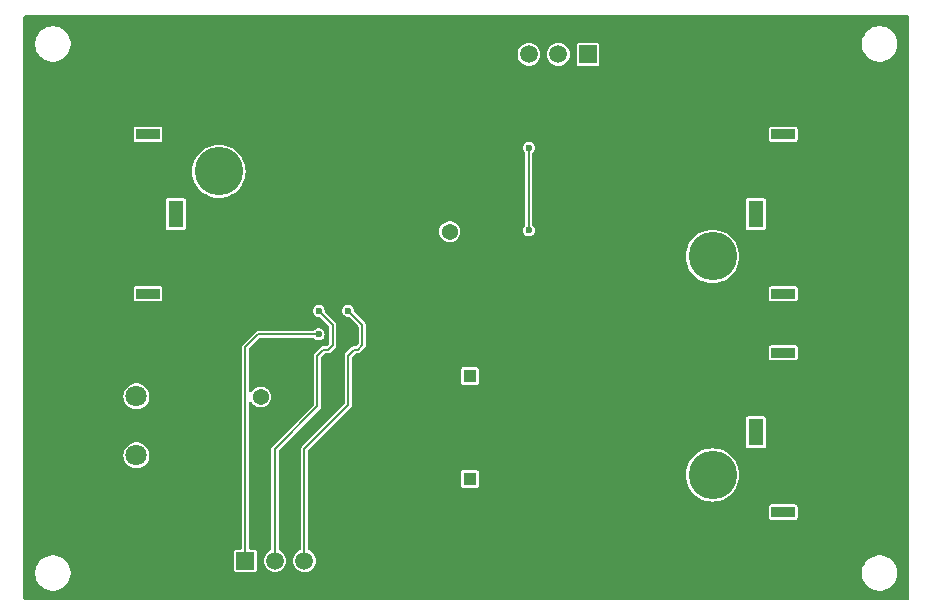
<source format=gbr>
%TF.GenerationSoftware,KiCad,Pcbnew,8.0.6*%
%TF.CreationDate,2025-05-08T15:48:42-04:00*%
%TF.ProjectId,PowerBoard2,506f7765-7242-46f6-9172-64322e6b6963,rev?*%
%TF.SameCoordinates,Original*%
%TF.FileFunction,Copper,L2,Bot*%
%TF.FilePolarity,Positive*%
%FSLAX46Y46*%
G04 Gerber Fmt 4.6, Leading zero omitted, Abs format (unit mm)*
G04 Created by KiCad (PCBNEW 8.0.6) date 2025-05-08 15:48:42*
%MOMM*%
%LPD*%
G01*
G04 APERTURE LIST*
G04 Aperture macros list*
%AMRoundRect*
0 Rectangle with rounded corners*
0 $1 Rounding radius*
0 $2 $3 $4 $5 $6 $7 $8 $9 X,Y pos of 4 corners*
0 Add a 4 corners polygon primitive as box body*
4,1,4,$2,$3,$4,$5,$6,$7,$8,$9,$2,$3,0*
0 Add four circle primitives for the rounded corners*
1,1,$1+$1,$2,$3*
1,1,$1+$1,$4,$5*
1,1,$1+$1,$6,$7*
1,1,$1+$1,$8,$9*
0 Add four rect primitives between the rounded corners*
20,1,$1+$1,$2,$3,$4,$5,0*
20,1,$1+$1,$4,$5,$6,$7,0*
20,1,$1+$1,$6,$7,$8,$9,0*
20,1,$1+$1,$8,$9,$2,$3,0*%
G04 Aperture macros list end*
%TA.AperFunction,ComponentPad*%
%ADD10R,1.508000X1.508000*%
%TD*%
%TA.AperFunction,ComponentPad*%
%ADD11C,1.508000*%
%TD*%
%TA.AperFunction,ComponentPad*%
%ADD12R,2.000000X0.900000*%
%TD*%
%TA.AperFunction,ComponentPad*%
%ADD13RoundRect,1.025000X-1.025000X1.025000X-1.025000X-1.025000X1.025000X-1.025000X1.025000X1.025000X0*%
%TD*%
%TA.AperFunction,ComponentPad*%
%ADD14C,4.100000*%
%TD*%
%TA.AperFunction,ComponentPad*%
%ADD15R,1.300000X2.300000*%
%TD*%
%TA.AperFunction,ComponentPad*%
%ADD16C,1.371600*%
%TD*%
%TA.AperFunction,ComponentPad*%
%ADD17R,1.100000X1.100000*%
%TD*%
%TA.AperFunction,ComponentPad*%
%ADD18C,1.100000*%
%TD*%
%TA.AperFunction,ComponentPad*%
%ADD19C,1.803400*%
%TD*%
%TA.AperFunction,ComponentPad*%
%ADD20RoundRect,1.025000X1.025000X-1.025000X1.025000X1.025000X-1.025000X1.025000X-1.025000X-1.025000X0*%
%TD*%
%TA.AperFunction,ViaPad*%
%ADD21C,0.700000*%
%TD*%
%TA.AperFunction,ViaPad*%
%ADD22C,0.600000*%
%TD*%
%TA.AperFunction,ViaPad*%
%ADD23C,0.300000*%
%TD*%
%TA.AperFunction,ViaPad*%
%ADD24C,0.800000*%
%TD*%
%TA.AperFunction,Conductor*%
%ADD25C,0.200000*%
%TD*%
G04 APERTURE END LIST*
D10*
%TO.P,Current reading,1,1*%
%TO.N,+3.3V*%
X120800000Y-104175000D03*
D11*
%TO.P,Current reading,2,2*%
%TO.N,/SDA*%
X123300000Y-104175000D03*
%TO.P,Current reading,3,3*%
%TO.N,/SCL*%
X125800000Y-104175000D03*
%TO.P,Current reading,4,4*%
%TO.N,GND*%
X128300000Y-104175000D03*
%TD*%
D12*
%TO.P,12Vin,*%
%TO.N,*%
X166350000Y-68050000D03*
X166350000Y-81550000D03*
D13*
%TO.P,12Vin,1,+*%
%TO.N,GND*%
X160350000Y-71200000D03*
D14*
%TO.P,12Vin,2,-*%
%TO.N,/Buck Converter/Vin (12V)*%
X160350000Y-78400000D03*
D15*
%TO.P,12Vin,3*%
%TO.N,N/C*%
X164000000Y-74800000D03*
%TD*%
D16*
%TO.P,C2,1*%
%TO.N,GND*%
X122100000Y-86799999D03*
%TO.P,C2,2*%
%TO.N,+5V*%
X122100000Y-90300000D03*
%TD*%
D17*
%TO.P,C5,1*%
%TO.N,+5V*%
X139800000Y-88533250D03*
D18*
%TO.P,C5,2*%
%TO.N,GND*%
X136300000Y-88533250D03*
%TD*%
D16*
%TO.P,C1,1*%
%TO.N,/Buck Converter/Vin (12V)*%
X138100000Y-76300000D03*
%TO.P,C1,2*%
%TO.N,GND*%
X138100000Y-81300000D03*
%TD*%
D12*
%TO.P,5Vout,*%
%TO.N,*%
X166350000Y-86550000D03*
X166350000Y-100050000D03*
D13*
%TO.P,5Vout,1,+*%
%TO.N,GND*%
X160350000Y-89700000D03*
D14*
%TO.P,5Vout,2,-*%
%TO.N,+5V*%
X160350000Y-96900000D03*
D15*
%TO.P,5Vout,3*%
%TO.N,N/C*%
X164000000Y-93300000D03*
%TD*%
D19*
%TO.P,5Vout,5*%
%TO.N,N/C*%
X111570102Y-90250002D03*
%TO.P,5Vout,6*%
X111570102Y-95250002D03*
%TD*%
D10*
%TO.P,12V\u002C 5V reading,1,1*%
%TO.N,unconnected-(J4-Pad1)*%
X149800000Y-61300000D03*
D11*
%TO.P,12V\u002C 5V reading,2,2*%
%TO.N,Net-(U4-IN-)*%
X147300000Y-61300000D03*
%TO.P,12V\u002C 5V reading,3,3*%
%TO.N,Net-(U5-IN-)*%
X144800000Y-61300000D03*
%TO.P,12V\u002C 5V reading,4,4*%
%TO.N,GND*%
X142300000Y-61300000D03*
%TD*%
D17*
%TO.P,C4,1*%
%TO.N,+5V*%
X139800000Y-97233250D03*
D18*
%TO.P,C4,2*%
%TO.N,GND*%
X136300000Y-97233250D03*
%TD*%
D12*
%TO.P,12Vout,*%
%TO.N,*%
X112550000Y-81550000D03*
X112550000Y-68050000D03*
D20*
%TO.P,12Vout,1,+*%
%TO.N,GND*%
X118550000Y-78400000D03*
D14*
%TO.P,12Vout,2,-*%
%TO.N,+12V*%
X118550000Y-71200000D03*
D15*
%TO.P,12Vout,3*%
%TO.N,N/C*%
X114900000Y-74800000D03*
%TD*%
D21*
%TO.N,GND*%
X154960000Y-86650000D03*
X154960000Y-92950000D03*
D22*
X151364800Y-66550001D03*
D21*
X149760000Y-87950000D03*
X146960000Y-85450000D03*
X152360000Y-90450000D03*
X149760000Y-90450000D03*
X153660000Y-87950000D03*
D23*
X127000000Y-79150000D03*
D21*
X152360000Y-86650000D03*
X154960000Y-87950000D03*
X151060000Y-89150000D03*
X146960000Y-86650000D03*
X152360000Y-91650000D03*
X151060000Y-85450000D03*
X154960000Y-90450000D03*
X149760000Y-91650000D03*
X152360000Y-87950000D03*
X151060000Y-86650000D03*
X153660000Y-89150000D03*
X149760000Y-85450000D03*
X151060000Y-90450000D03*
X152360000Y-89150000D03*
D22*
X151412799Y-76200000D03*
D21*
X151060000Y-87950000D03*
X148360000Y-92950000D03*
X148360000Y-85450000D03*
X153660000Y-86650000D03*
D24*
X150860000Y-80307700D03*
D21*
X146960000Y-91650000D03*
D24*
X115770101Y-95750001D03*
D22*
X128200000Y-87725000D03*
D21*
X146960000Y-89150000D03*
D22*
X130600000Y-76937500D03*
D21*
X146960000Y-84350000D03*
X152360000Y-92950000D03*
X148360000Y-86650000D03*
X154960000Y-85450000D03*
D22*
X130800000Y-87700000D03*
D21*
X152360000Y-85450000D03*
X153660000Y-92950000D03*
X148360000Y-84350000D03*
X151060000Y-84350000D03*
X149760000Y-84350000D03*
X153660000Y-85450000D03*
X153660000Y-84350000D03*
X148360000Y-87950000D03*
X146960000Y-90450000D03*
D22*
X146100000Y-65300000D03*
D21*
X149760000Y-86650000D03*
D22*
X140764800Y-66550001D03*
D21*
X152360000Y-84350000D03*
X151060000Y-91650000D03*
X154960000Y-91650000D03*
X153660000Y-90450000D03*
X146960000Y-87950000D03*
X148360000Y-89150000D03*
D24*
X153400000Y-80307700D03*
D21*
X149760000Y-89150000D03*
D23*
X128000000Y-74850000D03*
D21*
X148360000Y-91650000D03*
D22*
X135600000Y-65300000D03*
D21*
X149760000Y-92950000D03*
X154960000Y-84350000D03*
X154960000Y-89150000D03*
X148360000Y-90450000D03*
D23*
X126500000Y-79150000D03*
D21*
X153660000Y-91650000D03*
X146960000Y-92950000D03*
X151060000Y-92950000D03*
D22*
%TO.N,+5V*%
X144794402Y-76200000D03*
X144794402Y-69200000D03*
%TO.N,+3.3V*%
X127000000Y-85000000D03*
%TO.N,/SCL*%
X129500000Y-83000000D03*
%TO.N,/SDA*%
X127000000Y-83000000D03*
%TD*%
D25*
%TO.N,+5V*%
X144794402Y-76200000D02*
X144794402Y-69200000D01*
%TO.N,+3.3V*%
X121900000Y-85000000D02*
X127000000Y-85000000D01*
X120800000Y-104175000D02*
X120800000Y-86100000D01*
X120800000Y-86100000D02*
X121900000Y-85000000D01*
%TO.N,/SCL*%
X130700000Y-84200000D02*
X130700000Y-85900000D01*
X130700000Y-85900000D02*
X130300000Y-86300000D01*
X129500000Y-86800000D02*
X129500000Y-91000000D01*
X129500000Y-83000000D02*
X130700000Y-84200000D01*
X130000000Y-86300000D02*
X129500000Y-86800000D01*
X130300000Y-86300000D02*
X130000000Y-86300000D01*
X129500000Y-91000000D02*
X125800000Y-94700000D01*
X125800000Y-94700000D02*
X125800000Y-104175000D01*
%TO.N,/SDA*%
X128200000Y-84200000D02*
X128200000Y-85900000D01*
X127800000Y-86300000D02*
X127400000Y-86300000D01*
X126900000Y-86800000D02*
X126900000Y-91100000D01*
X127000000Y-83000000D02*
X128200000Y-84200000D01*
X123300000Y-94700000D02*
X123300000Y-104175000D01*
X127400000Y-86300000D02*
X126900000Y-86800000D01*
X128200000Y-85900000D02*
X127800000Y-86300000D01*
X126900000Y-91100000D02*
X123300000Y-94700000D01*
%TD*%
%TA.AperFunction,Conductor*%
%TO.N,GND*%
G36*
X176943039Y-58019685D02*
G01*
X176988794Y-58072489D01*
X177000000Y-58124000D01*
X177000000Y-107376000D01*
X176980315Y-107443039D01*
X176927511Y-107488794D01*
X176876000Y-107500000D01*
X102124000Y-107500000D01*
X102056961Y-107480315D01*
X102011206Y-107427511D01*
X102000000Y-107376000D01*
X102000000Y-105081902D01*
X102999500Y-105081902D01*
X102999500Y-105318097D01*
X103036446Y-105551368D01*
X103109433Y-105775996D01*
X103216657Y-105986433D01*
X103355483Y-106177510D01*
X103522490Y-106344517D01*
X103713567Y-106483343D01*
X103812991Y-106534002D01*
X103924003Y-106590566D01*
X103924005Y-106590566D01*
X103924008Y-106590568D01*
X104044412Y-106629689D01*
X104148631Y-106663553D01*
X104381903Y-106700500D01*
X104381908Y-106700500D01*
X104618097Y-106700500D01*
X104851368Y-106663553D01*
X105075992Y-106590568D01*
X105286433Y-106483343D01*
X105477510Y-106344517D01*
X105644517Y-106177510D01*
X105783343Y-105986433D01*
X105890568Y-105775992D01*
X105963553Y-105551368D01*
X106000500Y-105318097D01*
X106000500Y-105081902D01*
X105963553Y-104848631D01*
X105890566Y-104624003D01*
X105783342Y-104413566D01*
X105745962Y-104362117D01*
X105644517Y-104222490D01*
X105477510Y-104055483D01*
X105286433Y-103916657D01*
X105075996Y-103809433D01*
X104851368Y-103736446D01*
X104618097Y-103699500D01*
X104618092Y-103699500D01*
X104381908Y-103699500D01*
X104381903Y-103699500D01*
X104148631Y-103736446D01*
X103924003Y-103809433D01*
X103713566Y-103916657D01*
X103615532Y-103987884D01*
X103522490Y-104055483D01*
X103522488Y-104055485D01*
X103522487Y-104055485D01*
X103355485Y-104222487D01*
X103355485Y-104222488D01*
X103355483Y-104222490D01*
X103295862Y-104304550D01*
X103216657Y-104413566D01*
X103109433Y-104624003D01*
X103036446Y-104848631D01*
X102999500Y-105081902D01*
X102000000Y-105081902D01*
X102000000Y-103401247D01*
X119845500Y-103401247D01*
X119845500Y-104948752D01*
X119857131Y-105007229D01*
X119857132Y-105007230D01*
X119901447Y-105073552D01*
X119967769Y-105117867D01*
X119967770Y-105117868D01*
X120026247Y-105129499D01*
X120026250Y-105129500D01*
X120026252Y-105129500D01*
X121573750Y-105129500D01*
X121573751Y-105129499D01*
X121588568Y-105126552D01*
X121632229Y-105117868D01*
X121632229Y-105117867D01*
X121632231Y-105117867D01*
X121698552Y-105073552D01*
X121742867Y-105007231D01*
X121742867Y-105007229D01*
X121742868Y-105007229D01*
X121754499Y-104948752D01*
X121754500Y-104948750D01*
X121754500Y-104175000D01*
X122340882Y-104175000D01*
X122359310Y-104362115D01*
X122359311Y-104362117D01*
X122413891Y-104542040D01*
X122502518Y-104707851D01*
X122502523Y-104707857D01*
X122621800Y-104853199D01*
X122767142Y-104972476D01*
X122767148Y-104972481D01*
X122932959Y-105061108D01*
X122932961Y-105061109D01*
X123112882Y-105115688D01*
X123112884Y-105115689D01*
X123129660Y-105117341D01*
X123300000Y-105134118D01*
X123487115Y-105115689D01*
X123667039Y-105061109D01*
X123728373Y-105028324D01*
X123832851Y-104972481D01*
X123832853Y-104972478D01*
X123832857Y-104972477D01*
X123978199Y-104853199D01*
X124097477Y-104707857D01*
X124097478Y-104707853D01*
X124097481Y-104707851D01*
X124186108Y-104542040D01*
X124186109Y-104542039D01*
X124240689Y-104362115D01*
X124259118Y-104175000D01*
X124840882Y-104175000D01*
X124859310Y-104362115D01*
X124859311Y-104362117D01*
X124913891Y-104542040D01*
X125002518Y-104707851D01*
X125002523Y-104707857D01*
X125121800Y-104853199D01*
X125267142Y-104972476D01*
X125267148Y-104972481D01*
X125432959Y-105061108D01*
X125432961Y-105061109D01*
X125612882Y-105115688D01*
X125612884Y-105115689D01*
X125629660Y-105117341D01*
X125800000Y-105134118D01*
X125987115Y-105115689D01*
X126098494Y-105081902D01*
X172999500Y-105081902D01*
X172999500Y-105318097D01*
X173036446Y-105551368D01*
X173109433Y-105775996D01*
X173216657Y-105986433D01*
X173355483Y-106177510D01*
X173522490Y-106344517D01*
X173713567Y-106483343D01*
X173812991Y-106534002D01*
X173924003Y-106590566D01*
X173924005Y-106590566D01*
X173924008Y-106590568D01*
X174044412Y-106629689D01*
X174148631Y-106663553D01*
X174381903Y-106700500D01*
X174381908Y-106700500D01*
X174618097Y-106700500D01*
X174851368Y-106663553D01*
X175075992Y-106590568D01*
X175286433Y-106483343D01*
X175477510Y-106344517D01*
X175644517Y-106177510D01*
X175783343Y-105986433D01*
X175890568Y-105775992D01*
X175963553Y-105551368D01*
X176000500Y-105318097D01*
X176000500Y-105081902D01*
X175963553Y-104848631D01*
X175890566Y-104624003D01*
X175783342Y-104413566D01*
X175745962Y-104362117D01*
X175644517Y-104222490D01*
X175477510Y-104055483D01*
X175286433Y-103916657D01*
X175075996Y-103809433D01*
X174851368Y-103736446D01*
X174618097Y-103699500D01*
X174618092Y-103699500D01*
X174381908Y-103699500D01*
X174381903Y-103699500D01*
X174148631Y-103736446D01*
X173924003Y-103809433D01*
X173713566Y-103916657D01*
X173615532Y-103987884D01*
X173522490Y-104055483D01*
X173522488Y-104055485D01*
X173522487Y-104055485D01*
X173355485Y-104222487D01*
X173355485Y-104222488D01*
X173355483Y-104222490D01*
X173295862Y-104304550D01*
X173216657Y-104413566D01*
X173109433Y-104624003D01*
X173036446Y-104848631D01*
X172999500Y-105081902D01*
X126098494Y-105081902D01*
X126167039Y-105061109D01*
X126228373Y-105028324D01*
X126332851Y-104972481D01*
X126332853Y-104972478D01*
X126332857Y-104972477D01*
X126478199Y-104853199D01*
X126597477Y-104707857D01*
X126597478Y-104707853D01*
X126597481Y-104707851D01*
X126686108Y-104542040D01*
X126686109Y-104542039D01*
X126740689Y-104362115D01*
X126759118Y-104175000D01*
X126740689Y-103987885D01*
X126686109Y-103807961D01*
X126647884Y-103736447D01*
X126597481Y-103642148D01*
X126597476Y-103642142D01*
X126478199Y-103496800D01*
X126332857Y-103377523D01*
X126332851Y-103377518D01*
X126166047Y-103288360D01*
X126116202Y-103239398D01*
X126100500Y-103179002D01*
X126100500Y-99580247D01*
X165149500Y-99580247D01*
X165149500Y-100519752D01*
X165161131Y-100578229D01*
X165161132Y-100578230D01*
X165205447Y-100644552D01*
X165271769Y-100688867D01*
X165271770Y-100688868D01*
X165330247Y-100700499D01*
X165330250Y-100700500D01*
X165330252Y-100700500D01*
X167369750Y-100700500D01*
X167369751Y-100700499D01*
X167384568Y-100697552D01*
X167428229Y-100688868D01*
X167428229Y-100688867D01*
X167428231Y-100688867D01*
X167494552Y-100644552D01*
X167538867Y-100578231D01*
X167538867Y-100578229D01*
X167538868Y-100578229D01*
X167550499Y-100519752D01*
X167550500Y-100519750D01*
X167550500Y-99580249D01*
X167550499Y-99580247D01*
X167538868Y-99521770D01*
X167538867Y-99521769D01*
X167494552Y-99455447D01*
X167428230Y-99411132D01*
X167428229Y-99411131D01*
X167369752Y-99399500D01*
X167369748Y-99399500D01*
X165330252Y-99399500D01*
X165330247Y-99399500D01*
X165271770Y-99411131D01*
X165271769Y-99411132D01*
X165205447Y-99455447D01*
X165161132Y-99521769D01*
X165161131Y-99521770D01*
X165149500Y-99580247D01*
X126100500Y-99580247D01*
X126100500Y-96663497D01*
X139049500Y-96663497D01*
X139049500Y-97803002D01*
X139061131Y-97861479D01*
X139061132Y-97861480D01*
X139105447Y-97927802D01*
X139171769Y-97972117D01*
X139171770Y-97972118D01*
X139230247Y-97983749D01*
X139230250Y-97983750D01*
X139230252Y-97983750D01*
X140369750Y-97983750D01*
X140369751Y-97983749D01*
X140384568Y-97980802D01*
X140428229Y-97972118D01*
X140428229Y-97972117D01*
X140428231Y-97972117D01*
X140494552Y-97927802D01*
X140538867Y-97861481D01*
X140538867Y-97861479D01*
X140538868Y-97861479D01*
X140550499Y-97803002D01*
X140550500Y-97803000D01*
X140550500Y-96899992D01*
X158094671Y-96899992D01*
X158094671Y-96900007D01*
X158113964Y-97194363D01*
X158113965Y-97194373D01*
X158113966Y-97194380D01*
X158113968Y-97194390D01*
X158171518Y-97483716D01*
X158171521Y-97483730D01*
X158266349Y-97763080D01*
X158396825Y-98027660D01*
X158396829Y-98027667D01*
X158560725Y-98272955D01*
X158755241Y-98494758D01*
X158977043Y-98689273D01*
X159222335Y-98853172D01*
X159486923Y-98983652D01*
X159766278Y-99078481D01*
X160055620Y-99136034D01*
X160083888Y-99137886D01*
X160349993Y-99155329D01*
X160350000Y-99155329D01*
X160350007Y-99155329D01*
X160585675Y-99139881D01*
X160644380Y-99136034D01*
X160933722Y-99078481D01*
X161213077Y-98983652D01*
X161477665Y-98853172D01*
X161722957Y-98689273D01*
X161944758Y-98494758D01*
X162139273Y-98272957D01*
X162303172Y-98027665D01*
X162433652Y-97763077D01*
X162528481Y-97483722D01*
X162586034Y-97194380D01*
X162605329Y-96900000D01*
X162605329Y-96899992D01*
X162586035Y-96605636D01*
X162586034Y-96605620D01*
X162528481Y-96316278D01*
X162527934Y-96314668D01*
X162466383Y-96133345D01*
X162433652Y-96036923D01*
X162303172Y-95772336D01*
X162139273Y-95527043D01*
X162074687Y-95453397D01*
X161944758Y-95305241D01*
X161722955Y-95110725D01*
X161477667Y-94946829D01*
X161477660Y-94946825D01*
X161213080Y-94816349D01*
X160933730Y-94721521D01*
X160933724Y-94721519D01*
X160933722Y-94721519D01*
X160644380Y-94663966D01*
X160644373Y-94663965D01*
X160644363Y-94663964D01*
X160350007Y-94644671D01*
X160349993Y-94644671D01*
X160055636Y-94663964D01*
X160055624Y-94663965D01*
X160055620Y-94663966D01*
X160055612Y-94663967D01*
X160055609Y-94663968D01*
X159766283Y-94721518D01*
X159766269Y-94721521D01*
X159486919Y-94816349D01*
X159222334Y-94946828D01*
X158977041Y-95110728D01*
X158755241Y-95305241D01*
X158560728Y-95527041D01*
X158396828Y-95772334D01*
X158266349Y-96036919D01*
X158171521Y-96316269D01*
X158171518Y-96316283D01*
X158113968Y-96605609D01*
X158113964Y-96605636D01*
X158094671Y-96899992D01*
X140550500Y-96899992D01*
X140550500Y-96663499D01*
X140550499Y-96663497D01*
X140538868Y-96605020D01*
X140538867Y-96605019D01*
X140494552Y-96538697D01*
X140428230Y-96494382D01*
X140428229Y-96494381D01*
X140369752Y-96482750D01*
X140369748Y-96482750D01*
X139230252Y-96482750D01*
X139230247Y-96482750D01*
X139171770Y-96494381D01*
X139171769Y-96494382D01*
X139105447Y-96538697D01*
X139061132Y-96605019D01*
X139061131Y-96605020D01*
X139049500Y-96663497D01*
X126100500Y-96663497D01*
X126100500Y-94875833D01*
X126120185Y-94808794D01*
X126136819Y-94788152D01*
X126777169Y-94147802D01*
X128794724Y-92130247D01*
X163149500Y-92130247D01*
X163149500Y-94469752D01*
X163161131Y-94528229D01*
X163161132Y-94528230D01*
X163205447Y-94594552D01*
X163271769Y-94638867D01*
X163271770Y-94638868D01*
X163330247Y-94650499D01*
X163330250Y-94650500D01*
X163330252Y-94650500D01*
X164669750Y-94650500D01*
X164669751Y-94650499D01*
X164684568Y-94647552D01*
X164728229Y-94638868D01*
X164728229Y-94638867D01*
X164728231Y-94638867D01*
X164794552Y-94594552D01*
X164838867Y-94528231D01*
X164838867Y-94528229D01*
X164838868Y-94528229D01*
X164850499Y-94469752D01*
X164850500Y-94469750D01*
X164850500Y-92130249D01*
X164850499Y-92130247D01*
X164838868Y-92071770D01*
X164838867Y-92071769D01*
X164794552Y-92005447D01*
X164728230Y-91961132D01*
X164728229Y-91961131D01*
X164669752Y-91949500D01*
X164669748Y-91949500D01*
X163330252Y-91949500D01*
X163330247Y-91949500D01*
X163271770Y-91961131D01*
X163271769Y-91961132D01*
X163205447Y-92005447D01*
X163161132Y-92071769D01*
X163161131Y-92071770D01*
X163149500Y-92130247D01*
X128794724Y-92130247D01*
X129740460Y-91184511D01*
X129766411Y-91139562D01*
X129780021Y-91115989D01*
X129800500Y-91039562D01*
X129800500Y-87963497D01*
X139049500Y-87963497D01*
X139049500Y-89103002D01*
X139061131Y-89161479D01*
X139061132Y-89161480D01*
X139105447Y-89227802D01*
X139171769Y-89272117D01*
X139171770Y-89272118D01*
X139230247Y-89283749D01*
X139230250Y-89283750D01*
X139230252Y-89283750D01*
X140369750Y-89283750D01*
X140369751Y-89283749D01*
X140384568Y-89280802D01*
X140428229Y-89272118D01*
X140428229Y-89272117D01*
X140428231Y-89272117D01*
X140494552Y-89227802D01*
X140538867Y-89161481D01*
X140538867Y-89161479D01*
X140538868Y-89161479D01*
X140550499Y-89103002D01*
X140550500Y-89103000D01*
X140550500Y-87963499D01*
X140550499Y-87963497D01*
X140538868Y-87905020D01*
X140538867Y-87905019D01*
X140494552Y-87838697D01*
X140428230Y-87794382D01*
X140428229Y-87794381D01*
X140369752Y-87782750D01*
X140369748Y-87782750D01*
X139230252Y-87782750D01*
X139230247Y-87782750D01*
X139171770Y-87794381D01*
X139171769Y-87794382D01*
X139105447Y-87838697D01*
X139061132Y-87905019D01*
X139061131Y-87905020D01*
X139049500Y-87963497D01*
X129800500Y-87963497D01*
X129800500Y-86975833D01*
X129820185Y-86908794D01*
X129836819Y-86888152D01*
X130088152Y-86636819D01*
X130149475Y-86603334D01*
X130175833Y-86600500D01*
X130339560Y-86600500D01*
X130339562Y-86600500D01*
X130415989Y-86580021D01*
X130484511Y-86540460D01*
X130540460Y-86484511D01*
X130940460Y-86084511D01*
X130942922Y-86080247D01*
X165149500Y-86080247D01*
X165149500Y-87019752D01*
X165161131Y-87078229D01*
X165161132Y-87078230D01*
X165205447Y-87144552D01*
X165271769Y-87188867D01*
X165271770Y-87188868D01*
X165330247Y-87200499D01*
X165330250Y-87200500D01*
X165330252Y-87200500D01*
X167369750Y-87200500D01*
X167369751Y-87200499D01*
X167384568Y-87197552D01*
X167428229Y-87188868D01*
X167428229Y-87188867D01*
X167428231Y-87188867D01*
X167494552Y-87144552D01*
X167538867Y-87078231D01*
X167538867Y-87078229D01*
X167538868Y-87078229D01*
X167550499Y-87019752D01*
X167550500Y-87019750D01*
X167550500Y-86080249D01*
X167550499Y-86080247D01*
X167538868Y-86021770D01*
X167538867Y-86021769D01*
X167494552Y-85955447D01*
X167428230Y-85911132D01*
X167428229Y-85911131D01*
X167369752Y-85899500D01*
X167369748Y-85899500D01*
X165330252Y-85899500D01*
X165330247Y-85899500D01*
X165271770Y-85911131D01*
X165271769Y-85911132D01*
X165205447Y-85955447D01*
X165161132Y-86021769D01*
X165161131Y-86021770D01*
X165149500Y-86080247D01*
X130942922Y-86080247D01*
X130967881Y-86037016D01*
X130980021Y-86015989D01*
X131000500Y-85939562D01*
X131000500Y-84160438D01*
X130980021Y-84084011D01*
X130980017Y-84084004D01*
X130940464Y-84015495D01*
X130940458Y-84015487D01*
X130039395Y-83114424D01*
X130005910Y-83053101D01*
X130004339Y-83009094D01*
X130005647Y-83000000D01*
X129985165Y-82857543D01*
X129925377Y-82726627D01*
X129831128Y-82617857D01*
X129710053Y-82540047D01*
X129710051Y-82540046D01*
X129710049Y-82540045D01*
X129710050Y-82540045D01*
X129571963Y-82499500D01*
X129571961Y-82499500D01*
X129428039Y-82499500D01*
X129428036Y-82499500D01*
X129289949Y-82540045D01*
X129168873Y-82617856D01*
X129074623Y-82726626D01*
X129074622Y-82726628D01*
X129014834Y-82857543D01*
X128994353Y-83000000D01*
X129014834Y-83142456D01*
X129074622Y-83273371D01*
X129074623Y-83273373D01*
X129168872Y-83382143D01*
X129289947Y-83459953D01*
X129289950Y-83459954D01*
X129289949Y-83459954D01*
X129397107Y-83491417D01*
X129425280Y-83499690D01*
X129428036Y-83500499D01*
X129428038Y-83500500D01*
X129524167Y-83500500D01*
X129591206Y-83520185D01*
X129611848Y-83536819D01*
X130363181Y-84288152D01*
X130396666Y-84349475D01*
X130399500Y-84375833D01*
X130399500Y-85724167D01*
X130379815Y-85791206D01*
X130363181Y-85811848D01*
X130211848Y-85963181D01*
X130150525Y-85996666D01*
X130124167Y-85999500D01*
X129960438Y-85999500D01*
X129884010Y-86019978D01*
X129815489Y-86059540D01*
X129815486Y-86059542D01*
X129259541Y-86615487D01*
X129259535Y-86615495D01*
X129219982Y-86684004D01*
X129219979Y-86684009D01*
X129199500Y-86760439D01*
X129199500Y-90824167D01*
X129179815Y-90891206D01*
X129163181Y-90911848D01*
X125559541Y-94515487D01*
X125559535Y-94515495D01*
X125519982Y-94584004D01*
X125519979Y-94584009D01*
X125499500Y-94660439D01*
X125499500Y-103179002D01*
X125479815Y-103246041D01*
X125433953Y-103288360D01*
X125267148Y-103377518D01*
X125267142Y-103377523D01*
X125121800Y-103496800D01*
X125002523Y-103642142D01*
X125002518Y-103642148D01*
X124913891Y-103807959D01*
X124859311Y-103987882D01*
X124859310Y-103987884D01*
X124840882Y-104175000D01*
X124259118Y-104175000D01*
X124240689Y-103987885D01*
X124186109Y-103807961D01*
X124147884Y-103736447D01*
X124097481Y-103642148D01*
X124097476Y-103642142D01*
X123978199Y-103496800D01*
X123832857Y-103377523D01*
X123832851Y-103377518D01*
X123666047Y-103288360D01*
X123616202Y-103239398D01*
X123600500Y-103179002D01*
X123600500Y-94875833D01*
X123620185Y-94808794D01*
X123636819Y-94788152D01*
X124277169Y-94147802D01*
X127140460Y-91284511D01*
X127141335Y-91282995D01*
X127165651Y-91240880D01*
X127172088Y-91229728D01*
X127180021Y-91215989D01*
X127200500Y-91139562D01*
X127200500Y-86975833D01*
X127220185Y-86908794D01*
X127236819Y-86888152D01*
X127488152Y-86636819D01*
X127549475Y-86603334D01*
X127575833Y-86600500D01*
X127839560Y-86600500D01*
X127839562Y-86600500D01*
X127915989Y-86580021D01*
X127984511Y-86540460D01*
X128040460Y-86484511D01*
X128440460Y-86084511D01*
X128467881Y-86037016D01*
X128480021Y-86015989D01*
X128500500Y-85939562D01*
X128500500Y-84160438D01*
X128480021Y-84084011D01*
X128480017Y-84084004D01*
X128440464Y-84015495D01*
X128440458Y-84015487D01*
X127539395Y-83114424D01*
X127505910Y-83053101D01*
X127504339Y-83009094D01*
X127505647Y-83000000D01*
X127485165Y-82857543D01*
X127425377Y-82726627D01*
X127331128Y-82617857D01*
X127210053Y-82540047D01*
X127210051Y-82540046D01*
X127210049Y-82540045D01*
X127210050Y-82540045D01*
X127071963Y-82499500D01*
X127071961Y-82499500D01*
X126928039Y-82499500D01*
X126928036Y-82499500D01*
X126789949Y-82540045D01*
X126668873Y-82617856D01*
X126574623Y-82726626D01*
X126574622Y-82726628D01*
X126514834Y-82857543D01*
X126494353Y-83000000D01*
X126514834Y-83142456D01*
X126574622Y-83273371D01*
X126574623Y-83273373D01*
X126668872Y-83382143D01*
X126789947Y-83459953D01*
X126789950Y-83459954D01*
X126789949Y-83459954D01*
X126897107Y-83491417D01*
X126925280Y-83499690D01*
X126928036Y-83500499D01*
X126928038Y-83500500D01*
X127024167Y-83500500D01*
X127091206Y-83520185D01*
X127111848Y-83536819D01*
X127863181Y-84288152D01*
X127896666Y-84349475D01*
X127899500Y-84375833D01*
X127899500Y-85724167D01*
X127879815Y-85791206D01*
X127863181Y-85811848D01*
X127711848Y-85963181D01*
X127650525Y-85996666D01*
X127624167Y-85999500D01*
X127360438Y-85999500D01*
X127284010Y-86019978D01*
X127215489Y-86059540D01*
X127215486Y-86059542D01*
X126659541Y-86615487D01*
X126659535Y-86615495D01*
X126619982Y-86684004D01*
X126619979Y-86684009D01*
X126599500Y-86760439D01*
X126599500Y-90924167D01*
X126579815Y-90991206D01*
X126563181Y-91011848D01*
X123059541Y-94515487D01*
X123059535Y-94515495D01*
X123019982Y-94584004D01*
X123019979Y-94584009D01*
X122999500Y-94660439D01*
X122999500Y-103179002D01*
X122979815Y-103246041D01*
X122933953Y-103288360D01*
X122767148Y-103377518D01*
X122767142Y-103377523D01*
X122621800Y-103496800D01*
X122502523Y-103642142D01*
X122502518Y-103642148D01*
X122413891Y-103807959D01*
X122359311Y-103987882D01*
X122359310Y-103987884D01*
X122340882Y-104175000D01*
X121754500Y-104175000D01*
X121754500Y-103401249D01*
X121754499Y-103401247D01*
X121742868Y-103342770D01*
X121742867Y-103342769D01*
X121698552Y-103276447D01*
X121632230Y-103232132D01*
X121632229Y-103232131D01*
X121573752Y-103220500D01*
X121573748Y-103220500D01*
X121224500Y-103220500D01*
X121157461Y-103200815D01*
X121111706Y-103148011D01*
X121100500Y-103096500D01*
X121100500Y-90804188D01*
X121120185Y-90737149D01*
X121172989Y-90691394D01*
X121242147Y-90681450D01*
X121305703Y-90710475D01*
X121331885Y-90742185D01*
X121367682Y-90804188D01*
X121379019Y-90823824D01*
X121469368Y-90924167D01*
X121503683Y-90962277D01*
X121549737Y-90995737D01*
X121654410Y-91071787D01*
X121806633Y-91139560D01*
X121824610Y-91147564D01*
X122006846Y-91186300D01*
X122193154Y-91186300D01*
X122375390Y-91147564D01*
X122545591Y-91071786D01*
X122696317Y-90962277D01*
X122820981Y-90823824D01*
X122914135Y-90662476D01*
X122971708Y-90485287D01*
X122991182Y-90300000D01*
X122971708Y-90114713D01*
X122914135Y-89937524D01*
X122820981Y-89776176D01*
X122696317Y-89637723D01*
X122646075Y-89601220D01*
X122545589Y-89528212D01*
X122375389Y-89452435D01*
X122193154Y-89413700D01*
X122006846Y-89413700D01*
X121824610Y-89452435D01*
X121824609Y-89452435D01*
X121654410Y-89528212D01*
X121503681Y-89637724D01*
X121379018Y-89776177D01*
X121331887Y-89857811D01*
X121281320Y-89906026D01*
X121212713Y-89919250D01*
X121147849Y-89893282D01*
X121107320Y-89836368D01*
X121100500Y-89795811D01*
X121100500Y-86275833D01*
X121120185Y-86208794D01*
X121136819Y-86188152D01*
X121988152Y-85336819D01*
X122049475Y-85303334D01*
X122075833Y-85300500D01*
X126541499Y-85300500D01*
X126608538Y-85320185D01*
X126635211Y-85343296D01*
X126668872Y-85382143D01*
X126789947Y-85459953D01*
X126789950Y-85459954D01*
X126789949Y-85459954D01*
X126928036Y-85500499D01*
X126928038Y-85500500D01*
X126928039Y-85500500D01*
X127071962Y-85500500D01*
X127071962Y-85500499D01*
X127210053Y-85459953D01*
X127331128Y-85382143D01*
X127425377Y-85273373D01*
X127485165Y-85142457D01*
X127505647Y-85000000D01*
X127485165Y-84857543D01*
X127425377Y-84726627D01*
X127331128Y-84617857D01*
X127210053Y-84540047D01*
X127210051Y-84540046D01*
X127210049Y-84540045D01*
X127210050Y-84540045D01*
X127071963Y-84499500D01*
X127071961Y-84499500D01*
X126928039Y-84499500D01*
X126928036Y-84499500D01*
X126789949Y-84540045D01*
X126668873Y-84617856D01*
X126635212Y-84656703D01*
X126576433Y-84694477D01*
X126541499Y-84699500D01*
X121860438Y-84699500D01*
X121822224Y-84709739D01*
X121784009Y-84719979D01*
X121784004Y-84719982D01*
X121715495Y-84759535D01*
X121715487Y-84759541D01*
X120559541Y-85915487D01*
X120559535Y-85915495D01*
X120519982Y-85984004D01*
X120519979Y-85984009D01*
X120499500Y-86060439D01*
X120499500Y-103096500D01*
X120479815Y-103163539D01*
X120427011Y-103209294D01*
X120375500Y-103220500D01*
X120026247Y-103220500D01*
X119967770Y-103232131D01*
X119967769Y-103232132D01*
X119901447Y-103276447D01*
X119857132Y-103342769D01*
X119857131Y-103342770D01*
X119845500Y-103401247D01*
X102000000Y-103401247D01*
X102000000Y-95250001D01*
X110463180Y-95250001D01*
X110463180Y-95250002D01*
X110482026Y-95453397D01*
X110537927Y-95649865D01*
X110537932Y-95649878D01*
X110628978Y-95832721D01*
X110752079Y-95995733D01*
X110752083Y-95995737D01*
X110903031Y-96133344D01*
X110903033Y-96133346D01*
X111076700Y-96240876D01*
X111076706Y-96240879D01*
X111117057Y-96256510D01*
X111267178Y-96314668D01*
X111467968Y-96352202D01*
X111467970Y-96352202D01*
X111672234Y-96352202D01*
X111672236Y-96352202D01*
X111873026Y-96314668D01*
X112063500Y-96240878D01*
X112237172Y-96133345D01*
X112388127Y-95995731D01*
X112511226Y-95832721D01*
X112602276Y-95649868D01*
X112658177Y-95453398D01*
X112677024Y-95250002D01*
X112658177Y-95046606D01*
X112602276Y-94850136D01*
X112589496Y-94824471D01*
X112538232Y-94721518D01*
X112511226Y-94667283D01*
X112388127Y-94504273D01*
X112388124Y-94504270D01*
X112388120Y-94504266D01*
X112237172Y-94366659D01*
X112237170Y-94366657D01*
X112063503Y-94259127D01*
X112063497Y-94259124D01*
X111913379Y-94200968D01*
X111873026Y-94185336D01*
X111672236Y-94147802D01*
X111467968Y-94147802D01*
X111267178Y-94185336D01*
X111267175Y-94185336D01*
X111267175Y-94185337D01*
X111076706Y-94259124D01*
X111076700Y-94259127D01*
X110903033Y-94366657D01*
X110903031Y-94366659D01*
X110752083Y-94504266D01*
X110752079Y-94504270D01*
X110628978Y-94667282D01*
X110537932Y-94850125D01*
X110537927Y-94850138D01*
X110482026Y-95046606D01*
X110463180Y-95250001D01*
X102000000Y-95250001D01*
X102000000Y-90250001D01*
X110463180Y-90250001D01*
X110463180Y-90250002D01*
X110482026Y-90453397D01*
X110537927Y-90649865D01*
X110537932Y-90649878D01*
X110583898Y-90742189D01*
X110628978Y-90832721D01*
X110736821Y-90975529D01*
X110752079Y-90995733D01*
X110752083Y-90995737D01*
X110903031Y-91133344D01*
X110903033Y-91133346D01*
X111076700Y-91240876D01*
X111076706Y-91240879D01*
X111076709Y-91240880D01*
X111267178Y-91314668D01*
X111467968Y-91352202D01*
X111467970Y-91352202D01*
X111672234Y-91352202D01*
X111672236Y-91352202D01*
X111873026Y-91314668D01*
X112063500Y-91240878D01*
X112237172Y-91133345D01*
X112388127Y-90995731D01*
X112511226Y-90832721D01*
X112602276Y-90649868D01*
X112658177Y-90453398D01*
X112677024Y-90250002D01*
X112658177Y-90046606D01*
X112602276Y-89850136D01*
X112595420Y-89836368D01*
X112557896Y-89761009D01*
X112511226Y-89667283D01*
X112388127Y-89504273D01*
X112388124Y-89504270D01*
X112388120Y-89504266D01*
X112237172Y-89366659D01*
X112237170Y-89366657D01*
X112063503Y-89259127D01*
X112063497Y-89259124D01*
X111913379Y-89200968D01*
X111873026Y-89185336D01*
X111672236Y-89147802D01*
X111467968Y-89147802D01*
X111267178Y-89185336D01*
X111267175Y-89185336D01*
X111267175Y-89185337D01*
X111076706Y-89259124D01*
X111076700Y-89259127D01*
X110903033Y-89366657D01*
X110903031Y-89366659D01*
X110752083Y-89504266D01*
X110752079Y-89504270D01*
X110628978Y-89667282D01*
X110537932Y-89850125D01*
X110537927Y-89850138D01*
X110482026Y-90046606D01*
X110463180Y-90250001D01*
X102000000Y-90250001D01*
X102000000Y-81080247D01*
X111349500Y-81080247D01*
X111349500Y-82019752D01*
X111361131Y-82078229D01*
X111361132Y-82078230D01*
X111405447Y-82144552D01*
X111471769Y-82188867D01*
X111471770Y-82188868D01*
X111530247Y-82200499D01*
X111530250Y-82200500D01*
X111530252Y-82200500D01*
X113569750Y-82200500D01*
X113569751Y-82200499D01*
X113584568Y-82197552D01*
X113628229Y-82188868D01*
X113628229Y-82188867D01*
X113628231Y-82188867D01*
X113694552Y-82144552D01*
X113738867Y-82078231D01*
X113738867Y-82078229D01*
X113738868Y-82078229D01*
X113750499Y-82019752D01*
X113750500Y-82019750D01*
X113750500Y-81080249D01*
X113750499Y-81080247D01*
X165149500Y-81080247D01*
X165149500Y-82019752D01*
X165161131Y-82078229D01*
X165161132Y-82078230D01*
X165205447Y-82144552D01*
X165271769Y-82188867D01*
X165271770Y-82188868D01*
X165330247Y-82200499D01*
X165330250Y-82200500D01*
X165330252Y-82200500D01*
X167369750Y-82200500D01*
X167369751Y-82200499D01*
X167384568Y-82197552D01*
X167428229Y-82188868D01*
X167428229Y-82188867D01*
X167428231Y-82188867D01*
X167494552Y-82144552D01*
X167538867Y-82078231D01*
X167538867Y-82078229D01*
X167538868Y-82078229D01*
X167550499Y-82019752D01*
X167550500Y-82019750D01*
X167550500Y-81080249D01*
X167550499Y-81080247D01*
X167538868Y-81021770D01*
X167538867Y-81021769D01*
X167494552Y-80955447D01*
X167428230Y-80911132D01*
X167428229Y-80911131D01*
X167369752Y-80899500D01*
X167369748Y-80899500D01*
X165330252Y-80899500D01*
X165330247Y-80899500D01*
X165271770Y-80911131D01*
X165271769Y-80911132D01*
X165205447Y-80955447D01*
X165161132Y-81021769D01*
X165161131Y-81021770D01*
X165149500Y-81080247D01*
X113750499Y-81080247D01*
X113738868Y-81021770D01*
X113738867Y-81021769D01*
X113694552Y-80955447D01*
X113628230Y-80911132D01*
X113628229Y-80911131D01*
X113569752Y-80899500D01*
X113569748Y-80899500D01*
X111530252Y-80899500D01*
X111530247Y-80899500D01*
X111471770Y-80911131D01*
X111471769Y-80911132D01*
X111405447Y-80955447D01*
X111361132Y-81021769D01*
X111361131Y-81021770D01*
X111349500Y-81080247D01*
X102000000Y-81080247D01*
X102000000Y-78399992D01*
X158094671Y-78399992D01*
X158094671Y-78400007D01*
X158113964Y-78694363D01*
X158113965Y-78694373D01*
X158113966Y-78694380D01*
X158113968Y-78694390D01*
X158171518Y-78983716D01*
X158171521Y-78983730D01*
X158266349Y-79263080D01*
X158396825Y-79527660D01*
X158396829Y-79527667D01*
X158560725Y-79772955D01*
X158755241Y-79994758D01*
X158977043Y-80189273D01*
X159222335Y-80353172D01*
X159486923Y-80483652D01*
X159766278Y-80578481D01*
X160055620Y-80636034D01*
X160083888Y-80637886D01*
X160349993Y-80655329D01*
X160350000Y-80655329D01*
X160350007Y-80655329D01*
X160585675Y-80639881D01*
X160644380Y-80636034D01*
X160933722Y-80578481D01*
X161213077Y-80483652D01*
X161477665Y-80353172D01*
X161722957Y-80189273D01*
X161944758Y-79994758D01*
X162139273Y-79772957D01*
X162303172Y-79527665D01*
X162433652Y-79263077D01*
X162528481Y-78983722D01*
X162586034Y-78694380D01*
X162605329Y-78400000D01*
X162605329Y-78399992D01*
X162586035Y-78105636D01*
X162586034Y-78105620D01*
X162528481Y-77816278D01*
X162433652Y-77536923D01*
X162303172Y-77272336D01*
X162139273Y-77027043D01*
X162082473Y-76962275D01*
X161944758Y-76805241D01*
X161722955Y-76610725D01*
X161477667Y-76446829D01*
X161477660Y-76446825D01*
X161213080Y-76316349D01*
X160933730Y-76221521D01*
X160933724Y-76221519D01*
X160933722Y-76221519D01*
X160644380Y-76163966D01*
X160644373Y-76163965D01*
X160644363Y-76163964D01*
X160350007Y-76144671D01*
X160349993Y-76144671D01*
X160055636Y-76163964D01*
X160055624Y-76163965D01*
X160055620Y-76163966D01*
X160055612Y-76163967D01*
X160055609Y-76163968D01*
X159766283Y-76221518D01*
X159766269Y-76221521D01*
X159486919Y-76316349D01*
X159222334Y-76446828D01*
X158977041Y-76610728D01*
X158755241Y-76805241D01*
X158560728Y-77027041D01*
X158396828Y-77272334D01*
X158266349Y-77536919D01*
X158171521Y-77816269D01*
X158171518Y-77816283D01*
X158113968Y-78105609D01*
X158113964Y-78105636D01*
X158094671Y-78399992D01*
X102000000Y-78399992D01*
X102000000Y-76300000D01*
X137208818Y-76300000D01*
X137228292Y-76485287D01*
X137228293Y-76485290D01*
X137285862Y-76662469D01*
X137285865Y-76662476D01*
X137379019Y-76823824D01*
X137503683Y-76962277D01*
X137592823Y-77027041D01*
X137654410Y-77071787D01*
X137824610Y-77147564D01*
X138006846Y-77186300D01*
X138193154Y-77186300D01*
X138375390Y-77147564D01*
X138545591Y-77071786D01*
X138696317Y-76962277D01*
X138820981Y-76823824D01*
X138914135Y-76662476D01*
X138971708Y-76485287D01*
X138991182Y-76300000D01*
X138971708Y-76114713D01*
X138914135Y-75937524D01*
X138820981Y-75776176D01*
X138696317Y-75637723D01*
X138646075Y-75601220D01*
X138545589Y-75528212D01*
X138375389Y-75452435D01*
X138193154Y-75413700D01*
X138006846Y-75413700D01*
X137824610Y-75452435D01*
X137824609Y-75452435D01*
X137654410Y-75528212D01*
X137503681Y-75637724D01*
X137379018Y-75776177D01*
X137285865Y-75937523D01*
X137285862Y-75937530D01*
X137228293Y-76114709D01*
X137228292Y-76114713D01*
X137208818Y-76300000D01*
X102000000Y-76300000D01*
X102000000Y-73630247D01*
X114049500Y-73630247D01*
X114049500Y-75969752D01*
X114061131Y-76028229D01*
X114061132Y-76028230D01*
X114105447Y-76094552D01*
X114171769Y-76138867D01*
X114171770Y-76138868D01*
X114230247Y-76150499D01*
X114230250Y-76150500D01*
X114230252Y-76150500D01*
X115569750Y-76150500D01*
X115569751Y-76150499D01*
X115584568Y-76147552D01*
X115628229Y-76138868D01*
X115628229Y-76138867D01*
X115628231Y-76138867D01*
X115694552Y-76094552D01*
X115738867Y-76028231D01*
X115738867Y-76028229D01*
X115738868Y-76028229D01*
X115750499Y-75969752D01*
X115750500Y-75969750D01*
X115750500Y-73630249D01*
X115750499Y-73630247D01*
X115738868Y-73571770D01*
X115738867Y-73571769D01*
X115694552Y-73505447D01*
X115628230Y-73461132D01*
X115628229Y-73461131D01*
X115569752Y-73449500D01*
X115569748Y-73449500D01*
X114230252Y-73449500D01*
X114230247Y-73449500D01*
X114171770Y-73461131D01*
X114171769Y-73461132D01*
X114105447Y-73505447D01*
X114061132Y-73571769D01*
X114061131Y-73571770D01*
X114049500Y-73630247D01*
X102000000Y-73630247D01*
X102000000Y-71199992D01*
X116294671Y-71199992D01*
X116294671Y-71200007D01*
X116313964Y-71494363D01*
X116313965Y-71494373D01*
X116313966Y-71494380D01*
X116313968Y-71494390D01*
X116371518Y-71783716D01*
X116371521Y-71783730D01*
X116466349Y-72063080D01*
X116596825Y-72327660D01*
X116596829Y-72327667D01*
X116760725Y-72572955D01*
X116955241Y-72794758D01*
X117177043Y-72989273D01*
X117422335Y-73153172D01*
X117686923Y-73283652D01*
X117966278Y-73378481D01*
X118255620Y-73436034D01*
X118283888Y-73437886D01*
X118549993Y-73455329D01*
X118550000Y-73455329D01*
X118550007Y-73455329D01*
X118785675Y-73439881D01*
X118844380Y-73436034D01*
X119133722Y-73378481D01*
X119413077Y-73283652D01*
X119677665Y-73153172D01*
X119922957Y-72989273D01*
X120144758Y-72794758D01*
X120339273Y-72572957D01*
X120503172Y-72327665D01*
X120633652Y-72063077D01*
X120728481Y-71783722D01*
X120786034Y-71494380D01*
X120805329Y-71200000D01*
X120805329Y-71199992D01*
X120786035Y-70905636D01*
X120786034Y-70905620D01*
X120728481Y-70616278D01*
X120633652Y-70336923D01*
X120503172Y-70072336D01*
X120339273Y-69827043D01*
X120180582Y-69646091D01*
X120144758Y-69605241D01*
X119922955Y-69410725D01*
X119677667Y-69246829D01*
X119677660Y-69246825D01*
X119582708Y-69200000D01*
X144288755Y-69200000D01*
X144309236Y-69342456D01*
X144369024Y-69473371D01*
X144369025Y-69473373D01*
X144463274Y-69582143D01*
X144463277Y-69582144D01*
X144463615Y-69582535D01*
X144492640Y-69646091D01*
X144493902Y-69663738D01*
X144493902Y-75736260D01*
X144474217Y-75803299D01*
X144463615Y-75817462D01*
X144369027Y-75926622D01*
X144369024Y-75926628D01*
X144309236Y-76057543D01*
X144288755Y-76200000D01*
X144309236Y-76342456D01*
X144369024Y-76473371D01*
X144369025Y-76473373D01*
X144463274Y-76582143D01*
X144584349Y-76659953D01*
X144584352Y-76659954D01*
X144584351Y-76659954D01*
X144722438Y-76700499D01*
X144722440Y-76700500D01*
X144722441Y-76700500D01*
X144866364Y-76700500D01*
X144866364Y-76700499D01*
X144973523Y-76669035D01*
X145004452Y-76659954D01*
X145004452Y-76659953D01*
X145004455Y-76659953D01*
X145125530Y-76582143D01*
X145219779Y-76473373D01*
X145279567Y-76342457D01*
X145300049Y-76200000D01*
X145279567Y-76057543D01*
X145219779Y-75926627D01*
X145219777Y-75926625D01*
X145219776Y-75926622D01*
X145125189Y-75817462D01*
X145096164Y-75753906D01*
X145094902Y-75736260D01*
X145094902Y-73630247D01*
X163149500Y-73630247D01*
X163149500Y-75969752D01*
X163161131Y-76028229D01*
X163161132Y-76028230D01*
X163205447Y-76094552D01*
X163271769Y-76138867D01*
X163271770Y-76138868D01*
X163330247Y-76150499D01*
X163330250Y-76150500D01*
X163330252Y-76150500D01*
X164669750Y-76150500D01*
X164669751Y-76150499D01*
X164684568Y-76147552D01*
X164728229Y-76138868D01*
X164728229Y-76138867D01*
X164728231Y-76138867D01*
X164794552Y-76094552D01*
X164838867Y-76028231D01*
X164838867Y-76028229D01*
X164838868Y-76028229D01*
X164850499Y-75969752D01*
X164850500Y-75969750D01*
X164850500Y-73630249D01*
X164850499Y-73630247D01*
X164838868Y-73571770D01*
X164838867Y-73571769D01*
X164794552Y-73505447D01*
X164728230Y-73461132D01*
X164728229Y-73461131D01*
X164669752Y-73449500D01*
X164669748Y-73449500D01*
X163330252Y-73449500D01*
X163330247Y-73449500D01*
X163271770Y-73461131D01*
X163271769Y-73461132D01*
X163205447Y-73505447D01*
X163161132Y-73571769D01*
X163161131Y-73571770D01*
X163149500Y-73630247D01*
X145094902Y-73630247D01*
X145094902Y-69663738D01*
X145114587Y-69596699D01*
X145125189Y-69582535D01*
X145125526Y-69582144D01*
X145125530Y-69582143D01*
X145219779Y-69473373D01*
X145279567Y-69342457D01*
X145300049Y-69200000D01*
X145279567Y-69057543D01*
X145219779Y-68926627D01*
X145125530Y-68817857D01*
X145004455Y-68740047D01*
X145004453Y-68740046D01*
X145004451Y-68740045D01*
X145004452Y-68740045D01*
X144866365Y-68699500D01*
X144866363Y-68699500D01*
X144722441Y-68699500D01*
X144722438Y-68699500D01*
X144584351Y-68740045D01*
X144463275Y-68817856D01*
X144369025Y-68926626D01*
X144369024Y-68926628D01*
X144309236Y-69057543D01*
X144288755Y-69200000D01*
X119582708Y-69200000D01*
X119413080Y-69116349D01*
X119133730Y-69021521D01*
X119133724Y-69021519D01*
X119133722Y-69021519D01*
X118844380Y-68963966D01*
X118844373Y-68963965D01*
X118844363Y-68963964D01*
X118550007Y-68944671D01*
X118549993Y-68944671D01*
X118255636Y-68963964D01*
X118255624Y-68963965D01*
X118255620Y-68963966D01*
X118255612Y-68963967D01*
X118255609Y-68963968D01*
X117966283Y-69021518D01*
X117966269Y-69021521D01*
X117686919Y-69116349D01*
X117422334Y-69246828D01*
X117177041Y-69410728D01*
X116955241Y-69605241D01*
X116760728Y-69827041D01*
X116596828Y-70072334D01*
X116466349Y-70336919D01*
X116371521Y-70616269D01*
X116371518Y-70616283D01*
X116313968Y-70905609D01*
X116313964Y-70905636D01*
X116294671Y-71199992D01*
X102000000Y-71199992D01*
X102000000Y-67580247D01*
X111349500Y-67580247D01*
X111349500Y-68519752D01*
X111361131Y-68578229D01*
X111361132Y-68578230D01*
X111405447Y-68644552D01*
X111471769Y-68688867D01*
X111471770Y-68688868D01*
X111530247Y-68700499D01*
X111530250Y-68700500D01*
X111530252Y-68700500D01*
X113569750Y-68700500D01*
X113569751Y-68700499D01*
X113584568Y-68697552D01*
X113628229Y-68688868D01*
X113628229Y-68688867D01*
X113628231Y-68688867D01*
X113694552Y-68644552D01*
X113738867Y-68578231D01*
X113738867Y-68578229D01*
X113738868Y-68578229D01*
X113750499Y-68519752D01*
X113750500Y-68519750D01*
X113750500Y-67580249D01*
X113750499Y-67580247D01*
X165149500Y-67580247D01*
X165149500Y-68519752D01*
X165161131Y-68578229D01*
X165161132Y-68578230D01*
X165205447Y-68644552D01*
X165271769Y-68688867D01*
X165271770Y-68688868D01*
X165330247Y-68700499D01*
X165330250Y-68700500D01*
X165330252Y-68700500D01*
X167369750Y-68700500D01*
X167369751Y-68700499D01*
X167384568Y-68697552D01*
X167428229Y-68688868D01*
X167428229Y-68688867D01*
X167428231Y-68688867D01*
X167494552Y-68644552D01*
X167538867Y-68578231D01*
X167538867Y-68578229D01*
X167538868Y-68578229D01*
X167550499Y-68519752D01*
X167550500Y-68519750D01*
X167550500Y-67580249D01*
X167550499Y-67580247D01*
X167538868Y-67521770D01*
X167538867Y-67521769D01*
X167494552Y-67455447D01*
X167428230Y-67411132D01*
X167428229Y-67411131D01*
X167369752Y-67399500D01*
X167369748Y-67399500D01*
X165330252Y-67399500D01*
X165330247Y-67399500D01*
X165271770Y-67411131D01*
X165271769Y-67411132D01*
X165205447Y-67455447D01*
X165161132Y-67521769D01*
X165161131Y-67521770D01*
X165149500Y-67580247D01*
X113750499Y-67580247D01*
X113738868Y-67521770D01*
X113738867Y-67521769D01*
X113694552Y-67455447D01*
X113628230Y-67411132D01*
X113628229Y-67411131D01*
X113569752Y-67399500D01*
X113569748Y-67399500D01*
X111530252Y-67399500D01*
X111530247Y-67399500D01*
X111471770Y-67411131D01*
X111471769Y-67411132D01*
X111405447Y-67455447D01*
X111361132Y-67521769D01*
X111361131Y-67521770D01*
X111349500Y-67580247D01*
X102000000Y-67580247D01*
X102000000Y-60281902D01*
X102999500Y-60281902D01*
X102999500Y-60518097D01*
X103036446Y-60751368D01*
X103109433Y-60975996D01*
X103179181Y-61112882D01*
X103216657Y-61186433D01*
X103355483Y-61377510D01*
X103522490Y-61544517D01*
X103713567Y-61683343D01*
X103812991Y-61734002D01*
X103924003Y-61790566D01*
X103924005Y-61790566D01*
X103924008Y-61790568D01*
X104044412Y-61829689D01*
X104148631Y-61863553D01*
X104381903Y-61900500D01*
X104381908Y-61900500D01*
X104618097Y-61900500D01*
X104851368Y-61863553D01*
X105075992Y-61790568D01*
X105286433Y-61683343D01*
X105477510Y-61544517D01*
X105644517Y-61377510D01*
X105700831Y-61300000D01*
X143840882Y-61300000D01*
X143859310Y-61487115D01*
X143859311Y-61487117D01*
X143913891Y-61667040D01*
X144002518Y-61832851D01*
X144002523Y-61832857D01*
X144121800Y-61978199D01*
X144267142Y-62097476D01*
X144267148Y-62097481D01*
X144432959Y-62186108D01*
X144432961Y-62186109D01*
X144612882Y-62240688D01*
X144612884Y-62240689D01*
X144629660Y-62242341D01*
X144800000Y-62259118D01*
X144987115Y-62240689D01*
X145167039Y-62186109D01*
X145228373Y-62153324D01*
X145332851Y-62097481D01*
X145332853Y-62097478D01*
X145332857Y-62097477D01*
X145478199Y-61978199D01*
X145597477Y-61832857D01*
X145597478Y-61832853D01*
X145597481Y-61832851D01*
X145677394Y-61683343D01*
X145686109Y-61667039D01*
X145740689Y-61487115D01*
X145759118Y-61300000D01*
X146340882Y-61300000D01*
X146359310Y-61487115D01*
X146359311Y-61487117D01*
X146413891Y-61667040D01*
X146502518Y-61832851D01*
X146502523Y-61832857D01*
X146621800Y-61978199D01*
X146767142Y-62097476D01*
X146767148Y-62097481D01*
X146932959Y-62186108D01*
X146932961Y-62186109D01*
X147112882Y-62240688D01*
X147112884Y-62240689D01*
X147129660Y-62242341D01*
X147300000Y-62259118D01*
X147487115Y-62240689D01*
X147667039Y-62186109D01*
X147728373Y-62153324D01*
X147832851Y-62097481D01*
X147832853Y-62097478D01*
X147832857Y-62097477D01*
X147978199Y-61978199D01*
X148097477Y-61832857D01*
X148097478Y-61832853D01*
X148097481Y-61832851D01*
X148177394Y-61683343D01*
X148186109Y-61667039D01*
X148240689Y-61487115D01*
X148259118Y-61300000D01*
X148240689Y-61112885D01*
X148186109Y-60932961D01*
X148186108Y-60932959D01*
X148097481Y-60767148D01*
X148097476Y-60767142D01*
X147978199Y-60621800D01*
X147861765Y-60526247D01*
X148845500Y-60526247D01*
X148845500Y-62073752D01*
X148857131Y-62132229D01*
X148857132Y-62132230D01*
X148901447Y-62198552D01*
X148967769Y-62242867D01*
X148967770Y-62242868D01*
X149026247Y-62254499D01*
X149026250Y-62254500D01*
X149026252Y-62254500D01*
X150573750Y-62254500D01*
X150573751Y-62254499D01*
X150588568Y-62251552D01*
X150632229Y-62242868D01*
X150632229Y-62242867D01*
X150632231Y-62242867D01*
X150698552Y-62198552D01*
X150742867Y-62132231D01*
X150742867Y-62132229D01*
X150742868Y-62132229D01*
X150754499Y-62073752D01*
X150754500Y-62073750D01*
X150754500Y-60526249D01*
X150754499Y-60526247D01*
X150742868Y-60467770D01*
X150742867Y-60467769D01*
X150698552Y-60401447D01*
X150632230Y-60357132D01*
X150632229Y-60357131D01*
X150573752Y-60345500D01*
X150573748Y-60345500D01*
X149026252Y-60345500D01*
X149026247Y-60345500D01*
X148967770Y-60357131D01*
X148967769Y-60357132D01*
X148901447Y-60401447D01*
X148857132Y-60467769D01*
X148857131Y-60467770D01*
X148845500Y-60526247D01*
X147861765Y-60526247D01*
X147832857Y-60502523D01*
X147832851Y-60502518D01*
X147667040Y-60413891D01*
X147487117Y-60359311D01*
X147487115Y-60359310D01*
X147300000Y-60340882D01*
X147112884Y-60359310D01*
X147112882Y-60359311D01*
X146932959Y-60413891D01*
X146767148Y-60502518D01*
X146767142Y-60502523D01*
X146621800Y-60621800D01*
X146502523Y-60767142D01*
X146502518Y-60767148D01*
X146413891Y-60932959D01*
X146359311Y-61112882D01*
X146359310Y-61112884D01*
X146340882Y-61300000D01*
X145759118Y-61300000D01*
X145740689Y-61112885D01*
X145686109Y-60932961D01*
X145686108Y-60932959D01*
X145597481Y-60767148D01*
X145597476Y-60767142D01*
X145478199Y-60621800D01*
X145332857Y-60502523D01*
X145332851Y-60502518D01*
X145167040Y-60413891D01*
X144987117Y-60359311D01*
X144987115Y-60359310D01*
X144800000Y-60340882D01*
X144612884Y-60359310D01*
X144612882Y-60359311D01*
X144432959Y-60413891D01*
X144267148Y-60502518D01*
X144267142Y-60502523D01*
X144121800Y-60621800D01*
X144002523Y-60767142D01*
X144002518Y-60767148D01*
X143913891Y-60932959D01*
X143859311Y-61112882D01*
X143859310Y-61112884D01*
X143840882Y-61300000D01*
X105700831Y-61300000D01*
X105783343Y-61186433D01*
X105890568Y-60975992D01*
X105963553Y-60751368D01*
X106000500Y-60518097D01*
X106000500Y-60281902D01*
X172999500Y-60281902D01*
X172999500Y-60518097D01*
X173036446Y-60751368D01*
X173109433Y-60975996D01*
X173179181Y-61112882D01*
X173216657Y-61186433D01*
X173355483Y-61377510D01*
X173522490Y-61544517D01*
X173713567Y-61683343D01*
X173812991Y-61734002D01*
X173924003Y-61790566D01*
X173924005Y-61790566D01*
X173924008Y-61790568D01*
X174044412Y-61829689D01*
X174148631Y-61863553D01*
X174381903Y-61900500D01*
X174381908Y-61900500D01*
X174618097Y-61900500D01*
X174851368Y-61863553D01*
X175075992Y-61790568D01*
X175286433Y-61683343D01*
X175477510Y-61544517D01*
X175644517Y-61377510D01*
X175783343Y-61186433D01*
X175890568Y-60975992D01*
X175963553Y-60751368D01*
X176000500Y-60518097D01*
X176000500Y-60281902D01*
X175963553Y-60048631D01*
X175890566Y-59824003D01*
X175783342Y-59613566D01*
X175644517Y-59422490D01*
X175477510Y-59255483D01*
X175286433Y-59116657D01*
X175075996Y-59009433D01*
X174851368Y-58936446D01*
X174618097Y-58899500D01*
X174618092Y-58899500D01*
X174381908Y-58899500D01*
X174381903Y-58899500D01*
X174148631Y-58936446D01*
X173924003Y-59009433D01*
X173713566Y-59116657D01*
X173604550Y-59195862D01*
X173522490Y-59255483D01*
X173522488Y-59255485D01*
X173522487Y-59255485D01*
X173355485Y-59422487D01*
X173355485Y-59422488D01*
X173355483Y-59422490D01*
X173295862Y-59504550D01*
X173216657Y-59613566D01*
X173109433Y-59824003D01*
X173036446Y-60048631D01*
X172999500Y-60281902D01*
X106000500Y-60281902D01*
X105963553Y-60048631D01*
X105890566Y-59824003D01*
X105783342Y-59613566D01*
X105644517Y-59422490D01*
X105477510Y-59255483D01*
X105286433Y-59116657D01*
X105075996Y-59009433D01*
X104851368Y-58936446D01*
X104618097Y-58899500D01*
X104618092Y-58899500D01*
X104381908Y-58899500D01*
X104381903Y-58899500D01*
X104148631Y-58936446D01*
X103924003Y-59009433D01*
X103713566Y-59116657D01*
X103604550Y-59195862D01*
X103522490Y-59255483D01*
X103522488Y-59255485D01*
X103522487Y-59255485D01*
X103355485Y-59422487D01*
X103355485Y-59422488D01*
X103355483Y-59422490D01*
X103295862Y-59504550D01*
X103216657Y-59613566D01*
X103109433Y-59824003D01*
X103036446Y-60048631D01*
X102999500Y-60281902D01*
X102000000Y-60281902D01*
X102000000Y-58124000D01*
X102019685Y-58056961D01*
X102072489Y-58011206D01*
X102124000Y-58000000D01*
X176876000Y-58000000D01*
X176943039Y-58019685D01*
G37*
%TD.AperFunction*%
%TD*%
M02*

</source>
